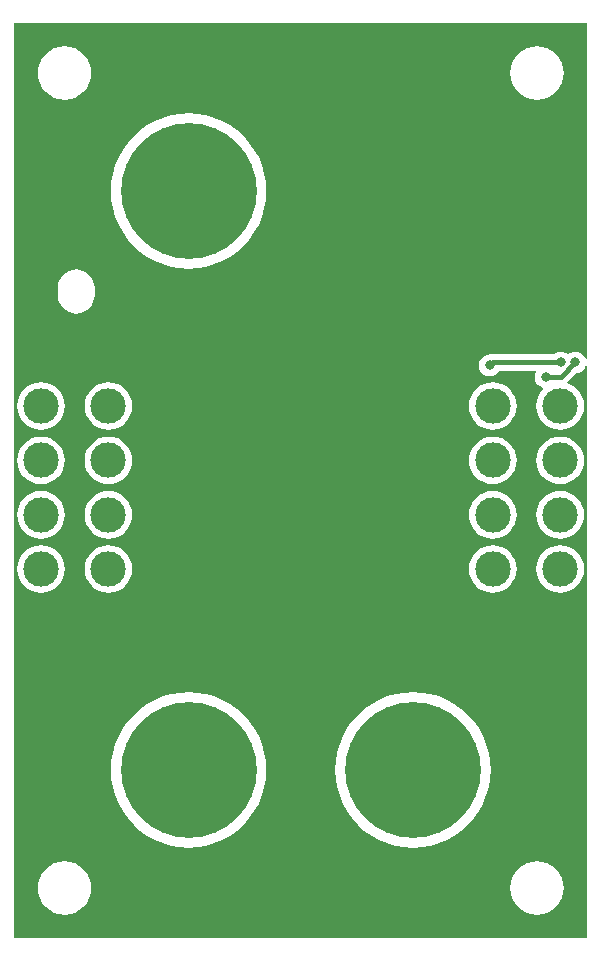
<source format=gtl>
%FSLAX43Y43*%
%MOMM*%
G71*
G01*
G75*
G04 Layer_Physical_Order=1*
G04 Layer_Color=255*
%ADD10C,0.381*%
%ADD11C,11.500*%
%ADD12C,3.000*%
%ADD13C,0.800*%
G36*
X49250Y49784D02*
X49125Y49759D01*
X49043Y49958D01*
X48898Y50148D01*
X48708Y50293D01*
X48487Y50385D01*
X48250Y50416D01*
X48013Y50385D01*
X47792Y50293D01*
X47625Y50165D01*
X47458Y50293D01*
X47237Y50385D01*
X47000Y50416D01*
X46763Y50385D01*
X46542Y50293D01*
X46427Y50205D01*
X41250D01*
X41068Y50181D01*
X41024Y50163D01*
X41000Y50166D01*
X40763Y50135D01*
X40542Y50043D01*
X40352Y49898D01*
X40207Y49708D01*
X40115Y49487D01*
X40084Y49250D01*
X40115Y49013D01*
X40207Y48792D01*
X40352Y48602D01*
X40542Y48457D01*
X40763Y48365D01*
X41000Y48334D01*
X41237Y48365D01*
X41458Y48457D01*
X41648Y48602D01*
X41793Y48792D01*
X41795Y48795D01*
X44879D01*
X44949Y48690D01*
X44865Y48487D01*
X44834Y48250D01*
X44865Y48013D01*
X44957Y47792D01*
X45102Y47602D01*
X45292Y47457D01*
X45513Y47365D01*
X45530Y47363D01*
X45565Y47241D01*
X45538Y47219D01*
X45287Y46913D01*
X45101Y46564D01*
X44986Y46186D01*
X44947Y45792D01*
X44986Y45399D01*
X45101Y45020D01*
X45287Y44671D01*
X45538Y44365D01*
X45844Y44115D01*
X46193Y43928D01*
X46571Y43813D01*
X46965Y43774D01*
X47359Y43813D01*
X47737Y43928D01*
X48086Y44115D01*
X48392Y44365D01*
X48643Y44671D01*
X48829Y45020D01*
X48944Y45399D01*
X48983Y45792D01*
X48944Y46186D01*
X48829Y46564D01*
X48643Y46913D01*
X48392Y47219D01*
X48086Y47470D01*
X47737Y47656D01*
X47599Y47698D01*
X47568Y47822D01*
X48343Y48596D01*
X48487Y48615D01*
X48708Y48707D01*
X48898Y48852D01*
X49043Y49042D01*
X49125Y49241D01*
X49250Y49216D01*
Y750D01*
X750D01*
Y78227D01*
X49250D01*
Y49784D01*
D02*
G37*
%LPC*%
G36*
X46965Y34018D02*
X46571Y33979D01*
X46193Y33864D01*
X45844Y33678D01*
X45538Y33427D01*
X45287Y33121D01*
X45101Y32772D01*
X44986Y32394D01*
X44947Y32000D01*
X44986Y31606D01*
X45101Y31228D01*
X45287Y30879D01*
X45538Y30573D01*
X45844Y30322D01*
X46193Y30136D01*
X46571Y30021D01*
X46965Y29982D01*
X47359Y30021D01*
X47737Y30136D01*
X48086Y30322D01*
X48392Y30573D01*
X48643Y30879D01*
X48829Y31228D01*
X48944Y31606D01*
X48983Y32000D01*
X48944Y32394D01*
X48829Y32772D01*
X48643Y33121D01*
X48392Y33427D01*
X48086Y33678D01*
X47737Y33864D01*
X47359Y33979D01*
X46965Y34018D01*
D02*
G37*
G36*
X41250D02*
X40856Y33979D01*
X40478Y33864D01*
X40129Y33678D01*
X39823Y33427D01*
X39572Y33121D01*
X39386Y32772D01*
X39271Y32394D01*
X39232Y32000D01*
X39271Y31606D01*
X39386Y31228D01*
X39572Y30879D01*
X39823Y30573D01*
X40129Y30322D01*
X40478Y30136D01*
X40856Y30021D01*
X41250Y29982D01*
X41644Y30021D01*
X42022Y30136D01*
X42371Y30322D01*
X42677Y30573D01*
X42928Y30879D01*
X43114Y31228D01*
X43229Y31606D01*
X43268Y32000D01*
X43229Y32394D01*
X43114Y32772D01*
X42928Y33121D01*
X42677Y33427D01*
X42371Y33678D01*
X42022Y33864D01*
X41644Y33979D01*
X41250Y34018D01*
D02*
G37*
G36*
Y38615D02*
X40856Y38576D01*
X40478Y38462D01*
X40129Y38275D01*
X39823Y38024D01*
X39572Y37718D01*
X39386Y37370D01*
X39271Y36991D01*
X39232Y36597D01*
X39271Y36204D01*
X39386Y35825D01*
X39572Y35476D01*
X39823Y35171D01*
X40129Y34920D01*
X40478Y34733D01*
X40856Y34618D01*
X41250Y34580D01*
X41644Y34618D01*
X42022Y34733D01*
X42371Y34920D01*
X42677Y35171D01*
X42928Y35476D01*
X43114Y35825D01*
X43229Y36204D01*
X43268Y36597D01*
X43229Y36991D01*
X43114Y37370D01*
X42928Y37718D01*
X42677Y38024D01*
X42371Y38275D01*
X42022Y38462D01*
X41644Y38576D01*
X41250Y38615D01*
D02*
G37*
G36*
X8715D02*
X8321Y38576D01*
X7943Y38462D01*
X7594Y38275D01*
X7288Y38024D01*
X7037Y37718D01*
X6851Y37370D01*
X6736Y36991D01*
X6697Y36597D01*
X6736Y36204D01*
X6851Y35825D01*
X7037Y35476D01*
X7288Y35171D01*
X7594Y34920D01*
X7943Y34733D01*
X8321Y34618D01*
X8715Y34580D01*
X9109Y34618D01*
X9487Y34733D01*
X9836Y34920D01*
X10142Y35171D01*
X10393Y35476D01*
X10579Y35825D01*
X10694Y36204D01*
X10733Y36597D01*
X10694Y36991D01*
X10579Y37370D01*
X10393Y37718D01*
X10142Y38024D01*
X9836Y38275D01*
X9487Y38462D01*
X9109Y38576D01*
X8715Y38615D01*
D02*
G37*
G36*
X3000D02*
X2606Y38576D01*
X2228Y38462D01*
X1879Y38275D01*
X1573Y38024D01*
X1322Y37718D01*
X1136Y37370D01*
X1021Y36991D01*
X982Y36597D01*
X1021Y36204D01*
X1136Y35825D01*
X1322Y35476D01*
X1573Y35171D01*
X1879Y34920D01*
X2228Y34733D01*
X2606Y34618D01*
X3000Y34580D01*
X3394Y34618D01*
X3772Y34733D01*
X4121Y34920D01*
X4427Y35171D01*
X4678Y35476D01*
X4864Y35825D01*
X4979Y36204D01*
X5018Y36597D01*
X4979Y36991D01*
X4864Y37370D01*
X4678Y37718D01*
X4427Y38024D01*
X4121Y38275D01*
X3772Y38462D01*
X3394Y38576D01*
X3000Y38615D01*
D02*
G37*
G36*
X8715Y34018D02*
X8321Y33979D01*
X7943Y33864D01*
X7594Y33678D01*
X7288Y33427D01*
X7037Y33121D01*
X6851Y32772D01*
X6736Y32394D01*
X6697Y32000D01*
X6736Y31606D01*
X6851Y31228D01*
X7037Y30879D01*
X7288Y30573D01*
X7594Y30322D01*
X7943Y30136D01*
X8321Y30021D01*
X8715Y29982D01*
X9109Y30021D01*
X9487Y30136D01*
X9836Y30322D01*
X10142Y30573D01*
X10393Y30879D01*
X10579Y31228D01*
X10694Y31606D01*
X10733Y32000D01*
X10694Y32394D01*
X10579Y32772D01*
X10393Y33121D01*
X10142Y33427D01*
X9836Y33678D01*
X9487Y33864D01*
X9109Y33979D01*
X8715Y34018D01*
D02*
G37*
G36*
X45000Y7269D02*
X44557Y7225D01*
X44132Y7096D01*
X43739Y6887D01*
X43396Y6604D01*
X43113Y6261D01*
X42904Y5868D01*
X42775Y5443D01*
X42731Y5000D01*
X42775Y4557D01*
X42904Y4132D01*
X43113Y3739D01*
X43396Y3396D01*
X43739Y3113D01*
X44132Y2904D01*
X44557Y2775D01*
X45000Y2731D01*
X45443Y2775D01*
X45868Y2904D01*
X46261Y3113D01*
X46604Y3396D01*
X46887Y3739D01*
X47096Y4132D01*
X47225Y4557D01*
X47269Y5000D01*
X47225Y5443D01*
X47096Y5868D01*
X46887Y6261D01*
X46604Y6604D01*
X46261Y6887D01*
X45868Y7096D01*
X45443Y7225D01*
X45000Y7269D01*
D02*
G37*
G36*
X5000D02*
X4557Y7225D01*
X4132Y7096D01*
X3739Y6887D01*
X3396Y6604D01*
X3113Y6261D01*
X2904Y5868D01*
X2775Y5443D01*
X2731Y5000D01*
X2775Y4557D01*
X2904Y4132D01*
X3113Y3739D01*
X3396Y3396D01*
X3739Y3113D01*
X4132Y2904D01*
X4557Y2775D01*
X5000Y2731D01*
X5443Y2775D01*
X5868Y2904D01*
X6261Y3113D01*
X6604Y3396D01*
X6887Y3739D01*
X7096Y4132D01*
X7225Y4557D01*
X7269Y5000D01*
X7225Y5443D01*
X7096Y5868D01*
X6887Y6261D01*
X6604Y6604D01*
X6261Y6887D01*
X5868Y7096D01*
X5443Y7225D01*
X5000Y7269D01*
D02*
G37*
G36*
X15500Y21582D02*
X14763Y21540D01*
X14035Y21417D01*
X13326Y21213D01*
X12644Y20930D01*
X11998Y20573D01*
X11396Y20146D01*
X10846Y19654D01*
X10354Y19104D01*
X9927Y18502D01*
X9570Y17856D01*
X9287Y17174D01*
X9083Y16465D01*
X8960Y15737D01*
X8918Y15000D01*
X8960Y14263D01*
X9083Y13535D01*
X9287Y12826D01*
X9570Y12144D01*
X9927Y11498D01*
X10354Y10896D01*
X10846Y10346D01*
X11396Y9854D01*
X11998Y9427D01*
X12644Y9070D01*
X13326Y8788D01*
X14035Y8583D01*
X14763Y8460D01*
X15500Y8418D01*
X16237Y8460D01*
X16965Y8583D01*
X17674Y8788D01*
X18356Y9070D01*
X19002Y9427D01*
X19604Y9854D01*
X20154Y10346D01*
X20646Y10896D01*
X21073Y11498D01*
X21430Y12144D01*
X21712Y12826D01*
X21917Y13535D01*
X22040Y14263D01*
X22082Y15000D01*
X22040Y15737D01*
X21917Y16465D01*
X21712Y17174D01*
X21430Y17856D01*
X21073Y18502D01*
X20646Y19104D01*
X20154Y19654D01*
X19604Y20146D01*
X19002Y20573D01*
X18356Y20930D01*
X17674Y21213D01*
X16965Y21417D01*
X16237Y21540D01*
X15500Y21582D01*
D02*
G37*
G36*
X3000Y34018D02*
X2606Y33979D01*
X2228Y33864D01*
X1879Y33678D01*
X1573Y33427D01*
X1322Y33121D01*
X1136Y32772D01*
X1021Y32394D01*
X982Y32000D01*
X1021Y31606D01*
X1136Y31228D01*
X1322Y30879D01*
X1573Y30573D01*
X1879Y30322D01*
X2228Y30136D01*
X2606Y30021D01*
X3000Y29982D01*
X3394Y30021D01*
X3772Y30136D01*
X4121Y30322D01*
X4427Y30573D01*
X4678Y30879D01*
X4864Y31228D01*
X4979Y31606D01*
X5018Y32000D01*
X4979Y32394D01*
X4864Y32772D01*
X4678Y33121D01*
X4427Y33427D01*
X4121Y33678D01*
X3772Y33864D01*
X3394Y33979D01*
X3000Y34018D01*
D02*
G37*
G36*
X34500Y21582D02*
X33763Y21540D01*
X33035Y21417D01*
X32326Y21213D01*
X31644Y20930D01*
X30998Y20573D01*
X30396Y20146D01*
X29846Y19654D01*
X29354Y19104D01*
X28927Y18502D01*
X28570Y17856D01*
X28287Y17174D01*
X28083Y16465D01*
X27960Y15737D01*
X27918Y15000D01*
X27960Y14263D01*
X28083Y13535D01*
X28287Y12826D01*
X28570Y12144D01*
X28927Y11498D01*
X29354Y10896D01*
X29846Y10346D01*
X30396Y9854D01*
X30998Y9427D01*
X31644Y9070D01*
X32326Y8788D01*
X33035Y8583D01*
X33763Y8460D01*
X34500Y8418D01*
X35237Y8460D01*
X35965Y8583D01*
X36674Y8788D01*
X37356Y9070D01*
X38002Y9427D01*
X38604Y9854D01*
X39154Y10346D01*
X39646Y10896D01*
X40073Y11498D01*
X40430Y12144D01*
X40713Y12826D01*
X40917Y13535D01*
X41040Y14263D01*
X41082Y15000D01*
X41040Y15737D01*
X40917Y16465D01*
X40713Y17174D01*
X40430Y17856D01*
X40073Y18502D01*
X39646Y19104D01*
X39154Y19654D01*
X38604Y20146D01*
X38002Y20573D01*
X37356Y20930D01*
X36674Y21213D01*
X35965Y21417D01*
X35237Y21540D01*
X34500Y21582D01*
D02*
G37*
G36*
X46965Y38615D02*
X46571Y38576D01*
X46193Y38462D01*
X45844Y38275D01*
X45538Y38024D01*
X45287Y37718D01*
X45101Y37370D01*
X44986Y36991D01*
X44947Y36597D01*
X44986Y36204D01*
X45101Y35825D01*
X45287Y35476D01*
X45538Y35171D01*
X45844Y34920D01*
X46193Y34733D01*
X46571Y34618D01*
X46965Y34580D01*
X47359Y34618D01*
X47737Y34733D01*
X48086Y34920D01*
X48392Y35171D01*
X48643Y35476D01*
X48829Y35825D01*
X48944Y36204D01*
X48983Y36597D01*
X48944Y36991D01*
X48829Y37370D01*
X48643Y37718D01*
X48392Y38024D01*
X48086Y38275D01*
X47737Y38462D01*
X47359Y38576D01*
X46965Y38615D01*
D02*
G37*
G36*
X6000Y57366D02*
X5695Y57335D01*
X5401Y57246D01*
X5130Y57102D01*
X4893Y56907D01*
X4698Y56670D01*
X4554Y56399D01*
X4465Y56105D01*
X4434Y55800D01*
Y55200D01*
X4465Y54895D01*
X4554Y54601D01*
X4698Y54330D01*
X4893Y54093D01*
X5130Y53898D01*
X5401Y53754D01*
X5695Y53665D01*
X6000Y53634D01*
X6305Y53665D01*
X6599Y53754D01*
X6870Y53898D01*
X7107Y54093D01*
X7302Y54330D01*
X7446Y54601D01*
X7535Y54895D01*
X7566Y55200D01*
Y55800D01*
X7535Y56105D01*
X7446Y56399D01*
X7302Y56670D01*
X7107Y56907D01*
X6870Y57102D01*
X6599Y57246D01*
X6305Y57335D01*
X6000Y57366D01*
D02*
G37*
G36*
X41250Y47810D02*
X40856Y47771D01*
X40478Y47656D01*
X40129Y47470D01*
X39823Y47219D01*
X39572Y46913D01*
X39386Y46564D01*
X39271Y46186D01*
X39232Y45792D01*
X39271Y45399D01*
X39386Y45020D01*
X39572Y44671D01*
X39823Y44365D01*
X40129Y44115D01*
X40478Y43928D01*
X40856Y43813D01*
X41250Y43774D01*
X41644Y43813D01*
X42022Y43928D01*
X42371Y44115D01*
X42677Y44365D01*
X42928Y44671D01*
X43114Y45020D01*
X43229Y45399D01*
X43268Y45792D01*
X43229Y46186D01*
X43114Y46564D01*
X42928Y46913D01*
X42677Y47219D01*
X42371Y47470D01*
X42022Y47656D01*
X41644Y47771D01*
X41250Y47810D01*
D02*
G37*
G36*
X15500Y70582D02*
X14763Y70540D01*
X14035Y70417D01*
X13326Y70213D01*
X12644Y69930D01*
X11998Y69573D01*
X11396Y69146D01*
X10846Y68654D01*
X10354Y68104D01*
X9927Y67502D01*
X9570Y66856D01*
X9287Y66174D01*
X9083Y65465D01*
X8960Y64737D01*
X8918Y64000D01*
X8960Y63263D01*
X9083Y62535D01*
X9287Y61826D01*
X9570Y61144D01*
X9927Y60498D01*
X10354Y59896D01*
X10846Y59346D01*
X11396Y58854D01*
X11998Y58427D01*
X12644Y58070D01*
X13326Y57787D01*
X14035Y57583D01*
X14763Y57460D01*
X15500Y57418D01*
X16237Y57460D01*
X16965Y57583D01*
X17674Y57787D01*
X18356Y58070D01*
X19002Y58427D01*
X19604Y58854D01*
X20154Y59346D01*
X20646Y59896D01*
X21073Y60498D01*
X21430Y61144D01*
X21712Y61826D01*
X21917Y62535D01*
X22040Y63263D01*
X22082Y64000D01*
X22040Y64737D01*
X21917Y65465D01*
X21712Y66174D01*
X21430Y66856D01*
X21073Y67502D01*
X20646Y68104D01*
X20154Y68654D01*
X19604Y69146D01*
X19002Y69573D01*
X18356Y69930D01*
X17674Y70213D01*
X16965Y70417D01*
X16237Y70540D01*
X15500Y70582D01*
D02*
G37*
G36*
X45000Y76269D02*
X44557Y76225D01*
X44132Y76096D01*
X43739Y75887D01*
X43396Y75604D01*
X43113Y75261D01*
X42904Y74868D01*
X42775Y74443D01*
X42731Y74000D01*
X42775Y73557D01*
X42904Y73132D01*
X43113Y72739D01*
X43396Y72396D01*
X43739Y72113D01*
X44132Y71904D01*
X44557Y71775D01*
X45000Y71731D01*
X45443Y71775D01*
X45868Y71904D01*
X46261Y72113D01*
X46604Y72396D01*
X46887Y72739D01*
X47096Y73132D01*
X47225Y73557D01*
X47269Y74000D01*
X47225Y74443D01*
X47096Y74868D01*
X46887Y75261D01*
X46604Y75604D01*
X46261Y75887D01*
X45868Y76096D01*
X45443Y76225D01*
X45000Y76269D01*
D02*
G37*
G36*
X5000D02*
X4557Y76225D01*
X4132Y76096D01*
X3739Y75887D01*
X3396Y75604D01*
X3113Y75261D01*
X2904Y74868D01*
X2775Y74443D01*
X2731Y74000D01*
X2775Y73557D01*
X2904Y73132D01*
X3113Y72739D01*
X3396Y72396D01*
X3739Y72113D01*
X4132Y71904D01*
X4557Y71775D01*
X5000Y71731D01*
X5443Y71775D01*
X5868Y71904D01*
X6261Y72113D01*
X6604Y72396D01*
X6887Y72739D01*
X7096Y73132D01*
X7225Y73557D01*
X7269Y74000D01*
X7225Y74443D01*
X7096Y74868D01*
X6887Y75261D01*
X6604Y75604D01*
X6261Y75887D01*
X5868Y76096D01*
X5443Y76225D01*
X5000Y76269D01*
D02*
G37*
G36*
X8715Y47810D02*
X8321Y47771D01*
X7943Y47656D01*
X7594Y47470D01*
X7288Y47219D01*
X7037Y46913D01*
X6851Y46564D01*
X6736Y46186D01*
X6697Y45792D01*
X6736Y45399D01*
X6851Y45020D01*
X7037Y44671D01*
X7288Y44365D01*
X7594Y44115D01*
X7943Y43928D01*
X8321Y43813D01*
X8715Y43774D01*
X9109Y43813D01*
X9487Y43928D01*
X9836Y44115D01*
X10142Y44365D01*
X10393Y44671D01*
X10579Y45020D01*
X10694Y45399D01*
X10733Y45792D01*
X10694Y46186D01*
X10579Y46564D01*
X10393Y46913D01*
X10142Y47219D01*
X9836Y47470D01*
X9487Y47656D01*
X9109Y47771D01*
X8715Y47810D01*
D02*
G37*
G36*
X46965Y43213D02*
X46571Y43174D01*
X46193Y43059D01*
X45844Y42872D01*
X45538Y42622D01*
X45287Y42316D01*
X45101Y41967D01*
X44986Y41588D01*
X44947Y41195D01*
X44986Y40801D01*
X45101Y40423D01*
X45287Y40074D01*
X45538Y39768D01*
X45844Y39517D01*
X46193Y39331D01*
X46571Y39216D01*
X46965Y39177D01*
X47359Y39216D01*
X47737Y39331D01*
X48086Y39517D01*
X48392Y39768D01*
X48643Y40074D01*
X48829Y40423D01*
X48944Y40801D01*
X48983Y41195D01*
X48944Y41588D01*
X48829Y41967D01*
X48643Y42316D01*
X48392Y42622D01*
X48086Y42872D01*
X47737Y43059D01*
X47359Y43174D01*
X46965Y43213D01*
D02*
G37*
G36*
X8715D02*
X8321Y43174D01*
X7943Y43059D01*
X7594Y42872D01*
X7288Y42622D01*
X7037Y42316D01*
X6851Y41967D01*
X6736Y41588D01*
X6697Y41195D01*
X6736Y40801D01*
X6851Y40423D01*
X7037Y40074D01*
X7288Y39768D01*
X7594Y39517D01*
X7943Y39331D01*
X8321Y39216D01*
X8715Y39177D01*
X9109Y39216D01*
X9487Y39331D01*
X9836Y39517D01*
X10142Y39768D01*
X10393Y40074D01*
X10579Y40423D01*
X10694Y40801D01*
X10733Y41195D01*
X10694Y41588D01*
X10579Y41967D01*
X10393Y42316D01*
X10142Y42622D01*
X9836Y42872D01*
X9487Y43059D01*
X9109Y43174D01*
X8715Y43213D01*
D02*
G37*
G36*
X3000Y43213D02*
X2606Y43174D01*
X2228Y43059D01*
X1879Y42872D01*
X1573Y42622D01*
X1322Y42316D01*
X1136Y41967D01*
X1021Y41588D01*
X982Y41195D01*
X1021Y40801D01*
X1136Y40423D01*
X1322Y40074D01*
X1573Y39768D01*
X1879Y39517D01*
X2228Y39331D01*
X2606Y39216D01*
X3000Y39177D01*
X3394Y39216D01*
X3772Y39331D01*
X4121Y39517D01*
X4427Y39768D01*
X4678Y40074D01*
X4864Y40423D01*
X4979Y40801D01*
X5018Y41195D01*
X4979Y41588D01*
X4864Y41967D01*
X4678Y42316D01*
X4427Y42622D01*
X4121Y42872D01*
X3772Y43059D01*
X3394Y43174D01*
X3000Y43213D01*
D02*
G37*
G36*
Y47810D02*
X2606Y47771D01*
X2228Y47656D01*
X1879Y47470D01*
X1573Y47219D01*
X1322Y46913D01*
X1136Y46564D01*
X1021Y46186D01*
X982Y45792D01*
X1021Y45399D01*
X1136Y45020D01*
X1322Y44671D01*
X1573Y44365D01*
X1879Y44115D01*
X2228Y43928D01*
X2606Y43813D01*
X3000Y43774D01*
X3394Y43813D01*
X3772Y43928D01*
X4121Y44115D01*
X4427Y44365D01*
X4678Y44671D01*
X4864Y45020D01*
X4979Y45399D01*
X5018Y45792D01*
X4979Y46186D01*
X4864Y46564D01*
X4678Y46913D01*
X4427Y47219D01*
X4121Y47470D01*
X3772Y47656D01*
X3394Y47771D01*
X3000Y47810D01*
D02*
G37*
G36*
X41250Y43213D02*
X40856Y43174D01*
X40478Y43059D01*
X40129Y42872D01*
X39823Y42622D01*
X39572Y42316D01*
X39386Y41967D01*
X39271Y41588D01*
X39232Y41195D01*
X39271Y40801D01*
X39386Y40423D01*
X39572Y40074D01*
X39823Y39768D01*
X40129Y39517D01*
X40478Y39331D01*
X40856Y39216D01*
X41250Y39177D01*
X41644Y39216D01*
X42022Y39331D01*
X42371Y39517D01*
X42677Y39768D01*
X42928Y40074D01*
X43114Y40423D01*
X43229Y40801D01*
X43268Y41195D01*
X43229Y41588D01*
X43114Y41967D01*
X42928Y42316D01*
X42677Y42622D01*
X42371Y42872D01*
X42022Y43059D01*
X41644Y43174D01*
X41250Y43213D01*
D02*
G37*
%LPD*%
D10*
Y49500D02*
X47000D01*
X41000Y49250D02*
X41250Y49500D01*
X45750Y48250D02*
X47000D01*
X48250Y49500D01*
X34500Y60750D02*
X34500Y60750D01*
X34500Y60750D02*
Y64000D01*
X30250Y64000D02*
X30250Y64000D01*
X34500D01*
Y67500D02*
X34500Y67500D01*
X34500Y64000D02*
Y67500D01*
X39000Y64000D02*
X39250Y64250D01*
X34500Y64000D02*
X39000D01*
D11*
X34500Y15000D02*
D03*
X15500Y64000D02*
D03*
X34500D02*
D03*
X15500Y15000D02*
D03*
D12*
X41250Y32000D02*
D03*
X46965D02*
D03*
Y36597D02*
D03*
X41250D02*
D03*
X46965Y41195D02*
D03*
X41250Y41195D02*
D03*
X46965Y45792D02*
D03*
X41250D02*
D03*
X3000Y32000D02*
D03*
X8715D02*
D03*
Y36597D02*
D03*
X3000D02*
D03*
X8715Y41195D02*
D03*
X3000Y41195D02*
D03*
X8715Y45792D02*
D03*
X3000D02*
D03*
D13*
X41000Y49250D02*
D03*
X47000Y49500D02*
D03*
X45750Y48250D02*
D03*
X48250Y49500D02*
D03*
M02*

</source>
